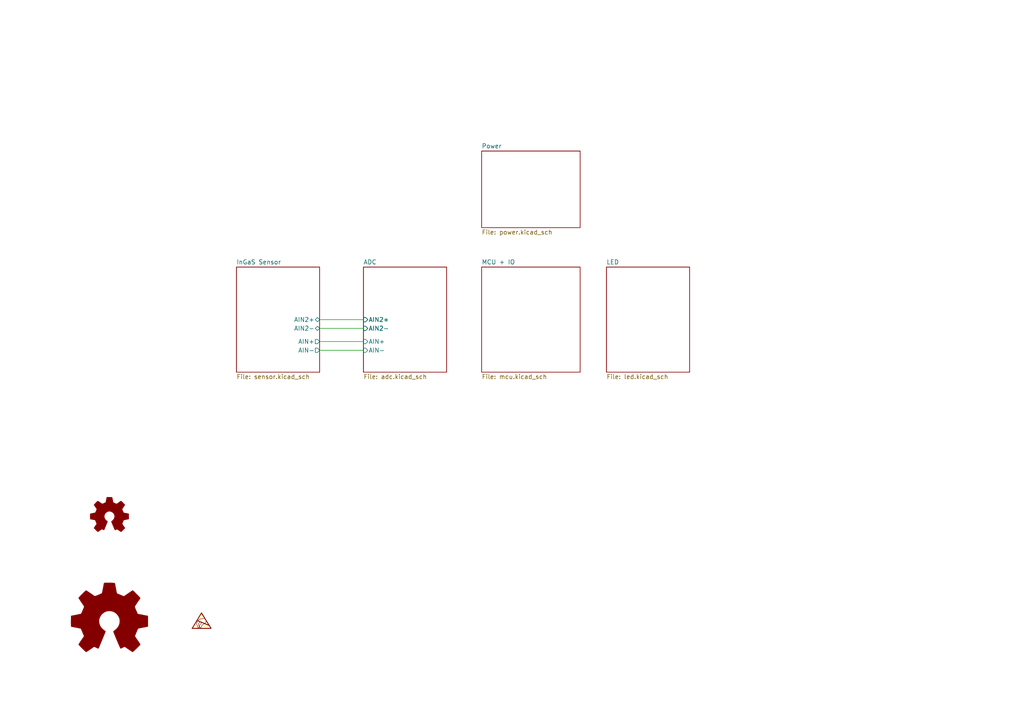
<source format=kicad_sch>
(kicad_sch (version 20211123) (generator eeschema)
  (paper "A4")
  (title_block (title "Development Board") (date "2022-03-15") (rev "2.1") (company "Plastic Scanner"))
  (lib_symbols
    (symbol "Graphic:Logo_Open_Hardware_Large" (pin_names (offset 1.016))
      (symbol "Logo_Open_Hardware_Large_1_1"
        (polyline (pts (xy 6.731 -8.7122) (xy 6.6294 -8.6614) (xy 6.35 -8.4836) (xy 5.9944 -8.255) (xy 5.5372 -7.9502) (xy 5.1054 -7.6454) (xy 4.7498 -7.4168) (xy 4.4958 -7.239) (xy 4.3942 -7.1882) (xy 4.318 -7.2136) (xy 4.1148 -7.3152) (xy 3.81 -7.4676) (xy 3.6322 -7.5692) (xy 3.3528 -7.6708) (xy 3.2258 -7.6962) (xy 3.2004 -7.6708) (xy 3.0988 -7.4676) (xy 2.9464 -7.0866) (xy 2.7178 -6.604) (xy 2.4892 -6.0452) (xy 2.2352 -5.4356) (xy 1.9558 -4.826) (xy 1.7272 -4.2164) (xy 1.4986 -3.683) (xy 1.3208 -3.2512) (xy 1.2192 -2.9464) (xy 1.1684 -2.8194) (xy 1.1938 -2.794) (xy 1.3208 -2.667) (xy 1.5748 -2.4892) (xy 2.0828 -2.0574) (xy 2.6162 -1.397) (xy 2.921 -0.6604) (xy 3.048 0.1524) (xy 2.9464 0.9144) (xy 2.6416 1.6256) (xy 2.1336 2.286) (xy 1.524 2.7686) (xy 0.8128 3.0734) (xy 0 3.175) (xy -0.762 3.0988) (xy -1.4986 2.794) (xy -2.159 2.286) (xy -2.4384 1.9812) (xy -2.8194 1.3208) (xy -3.048 0.6096) (xy -3.0734 0.4318) (xy -3.0226 -0.3556) (xy -2.794 -1.0922) (xy -2.3876 -1.7526) (xy -1.8288 -2.3114) (xy -1.7526 -2.3622) (xy -1.4732 -2.5654) (xy -1.2954 -2.6924) (xy -1.1684 -2.8194) (xy -2.159 -5.207) (xy -2.3114 -5.588) (xy -2.5908 -6.2484) (xy -2.8194 -6.8072) (xy -3.0226 -7.2644) (xy -3.1496 -7.5692) (xy -3.2258 -7.6708) (xy -3.2258 -7.6962) (xy -3.302 -7.6962) (xy -3.4798 -7.6454) (xy -3.8354 -7.4676) (xy -4.0386 -7.366) (xy -4.2926 -7.239) (xy -4.4196 -7.1882) (xy -4.5212 -7.239) (xy -4.7498 -7.3914) (xy -5.1054 -7.6454) (xy -5.5372 -7.9248) (xy -5.9436 -8.2042) (xy -6.3246 -8.4582) (xy -6.604 -8.636) (xy -6.731 -8.7122) (xy -6.7564 -8.7122) (xy -6.858 -8.636) (xy -7.0866 -8.4582) (xy -7.4168 -8.1534) (xy -7.874 -7.6962) (xy -7.9502 -7.62) (xy -8.3312 -7.239) (xy -8.636 -6.9088) (xy -8.8392 -6.6802) (xy -8.9154 -6.5786) (xy -8.9154 -6.5786) (xy -8.8392 -6.4516) (xy -8.6614 -6.1722) (xy -8.4328 -5.7912) (xy -8.128 -5.3594) (xy -7.3152 -4.191) (xy -7.7724 -3.0988) (xy -7.8994 -2.7686) (xy -8.0772 -2.3622) (xy -8.2042 -2.0828) (xy -8.255 -1.9558) (xy -8.382 -1.905) (xy -8.6614 -1.8542) (xy -9.0932 -1.7526) (xy -9.6266 -1.651) (xy -10.1092 -1.5748) (xy -10.541 -1.4732) (xy -10.8712 -1.4224) (xy -11.0236 -1.397) (xy -11.049 -1.3716) (xy -11.0744 -1.2954) (xy -11.0998 -1.143) (xy -11.0998 -0.889) (xy -11.1252 -0.4572) (xy -11.1252 0.1524) (xy -11.1252 0.2286) (xy -11.0998 0.8128) (xy -11.0998 1.27) (xy -11.0744 1.5494) (xy -11.0744 1.6764) (xy -11.0744 1.6764) (xy -10.922 1.7018) (xy -10.6172 1.778) (xy -10.16 1.8542) (xy -9.652 1.9558) (xy -9.6012 1.9812) (xy -9.0932 2.0828) (xy -8.636 2.159) (xy -8.3312 2.2352) (xy -8.2042 2.286) (xy -8.1788 2.3114) (xy -8.0772 2.5146) (xy -7.9248 2.8448) (xy -7.747 3.2512) (xy -7.5692 3.6576) (xy -7.4168 4.0386) (xy -7.3152 4.318) (xy -7.2898 4.445) (xy -7.2898 4.445) (xy -7.366 4.572) (xy -7.5438 4.826) (xy -7.7978 5.207) (xy -8.128 5.6642) (xy -8.128 5.6896) (xy -8.4328 6.1468) (xy -8.6868 6.5278) (xy -8.8392 6.7818) (xy -8.9154 6.9088) (xy -8.9154 6.9088) (xy -8.8138 7.0358) (xy -8.5852 7.2898) (xy -8.255 7.6454) (xy -7.874 8.0264) (xy -7.747 8.1534) (xy -7.3152 8.5852) (xy -7.0104 8.8646) (xy -6.8326 8.9916) (xy -6.731 9.0424) (xy -6.731 9.0424) (xy -6.604 8.9408) (xy -6.3246 8.763) (xy -5.9436 8.509) (xy -5.4864 8.2042) (xy -5.461 8.1788) (xy -5.0038 7.874) (xy -4.6482 7.62) (xy -4.3688 7.4422) (xy -4.2672 7.3914) (xy -4.2418 7.3914) (xy -4.064 7.4422) (xy -3.7338 7.5438) (xy -3.3528 7.6962) (xy -2.9464 7.874) (xy -2.5654 8.0264) (xy -2.286 8.1534) (xy -2.159 8.2296) (xy -2.159 8.2296) (xy -2.1082 8.382) (xy -2.032 8.7122) (xy -1.9304 9.1694) (xy -1.8288 9.7282) (xy -1.8034 9.8044) (xy -1.7018 10.3378) (xy -1.6256 10.7696) (xy -1.5748 11.0744) (xy -1.524 11.2014) (xy -1.4478 11.2268) (xy -1.1938 11.2522) (xy -0.8128 11.2522) (xy -0.3302 11.2522) (xy 0.1524 11.2522) (xy 0.6604 11.2522) (xy 1.0668 11.2268) (xy 1.3716 11.2014) (xy 1.4986 11.176) (xy 1.4986 11.176) (xy 1.5494 11.0236) (xy 1.6256 10.6934) (xy 1.7018 10.2108) (xy 1.8288 9.6774) (xy 1.8288 9.5758) (xy 1.9304 9.0424) (xy 2.032 8.6106) (xy 2.0828 8.3058) (xy 2.1336 8.2042) (xy 2.159 8.1788) (xy 2.3876 8.0772) (xy 2.7432 7.9248) (xy 3.175 7.747) (xy 4.191 7.3406) (xy 5.461 8.2042) (xy 5.5626 8.2804) (xy 6.0198 8.5852) (xy 6.3754 8.8392) (xy 6.6294 8.9916) (xy 6.7564 9.0424) (xy 6.7564 9.0424) (xy 6.8834 8.9408) (xy 7.1374 8.7122) (xy 7.4676 8.382) (xy 7.8486 7.9756) (xy 8.1534 7.6962) (xy 8.4836 7.3406) (xy 8.7122 7.112) (xy 8.8392 6.9596) (xy 8.8646 6.858) (xy 8.8646 6.8072) (xy 8.7884 6.6802) (xy 8.6106 6.4008) (xy 8.3312 6.0198) (xy 8.0264 5.588) (xy 7.7978 5.207) (xy 7.5184 4.8006) (xy 7.3406 4.4958) (xy 7.2898 4.3434) (xy 7.2898 4.2926) (xy 7.3914 4.0386) (xy 7.5184 3.683) (xy 7.7216 3.2258) (xy 8.1534 2.2352) (xy 8.7884 2.1082) (xy 9.1948 2.0574) (xy 9.7536 1.9304) (xy 10.2616 1.8288) (xy 11.0998 1.6764) (xy 11.1252 -1.3208) (xy 10.9982 -1.3716) (xy 10.8712 -1.397) (xy 10.5664 -1.4732) (xy 10.1346 -1.5494) (xy 9.6266 -1.651) (xy 9.1948 -1.7272) (xy 8.7376 -1.8288) (xy 8.4328 -1.8796) (xy 8.2804 -1.905) (xy 8.255 -1.9558) (xy 8.1534 -2.159) (xy 7.9756 -2.5146) (xy 7.8232 -2.921) (xy 7.6454 -3.3274) (xy 7.493 -3.7338) (xy 7.366 -4.0132) (xy 7.3406 -4.191) (xy 7.3914 -4.2926) (xy 7.5692 -4.5466) (xy 7.7978 -4.9276) (xy 8.1026 -5.3594) (xy 8.4074 -5.7912) (xy 8.6614 -6.1722) (xy 8.8138 -6.4262) (xy 8.89 -6.5532) (xy 8.8646 -6.6548) (xy 8.6868 -6.858) (xy 8.3566 -7.1882) (xy 7.874 -7.6708) (xy 7.7978 -7.747) (xy 7.3914 -8.128) (xy 7.0612 -8.4328) (xy 6.8326 -8.636) (xy 6.731 -8.7122)) (fill (type outline)))
      )
    )
    (symbol "Graphic:Logo_Open_Hardware_Small" (pin_names (offset 1.016))
      (symbol "Logo_Open_Hardware_Small_0_1"
        (polyline (pts (xy 3.3528 -4.3434) (xy 3.302 -4.318) (xy 3.175 -4.2418) (xy 2.9972 -4.1148) (xy 2.7686 -3.9624) (xy 2.54 -3.81) (xy 2.3622 -3.7084) (xy 2.2352 -3.6068) (xy 2.1844 -3.5814) (xy 2.159 -3.6068) (xy 2.0574 -3.6576) (xy 1.905 -3.7338) (xy 1.8034 -3.7846) (xy 1.6764 -3.8354) (xy 1.6002 -3.8354) (xy 1.6002 -3.8354) (xy 1.5494 -3.7338) (xy 1.4732 -3.5306) (xy 1.3462 -3.302) (xy 1.2446 -3.0226) (xy 1.1176 -2.7178) (xy 0.9652 -2.413) (xy 0.8636 -2.1082) (xy 0.7366 -1.8288) (xy 0.6604 -1.6256) (xy 0.6096 -1.4732) (xy 0.5842 -1.397) (xy 0.5842 -1.397) (xy 0.6604 -1.3208) (xy 0.7874 -1.2446) (xy 1.0414 -1.016) (xy 1.2954 -0.6858) (xy 1.4478 -0.3302) (xy 1.524 0.0762) (xy 1.4732 0.4572) (xy 1.3208 0.8128) (xy 1.0668 1.143) (xy 0.762 1.3716) (xy 0.4064 1.524) (xy 0 1.5748) (xy -0.381 1.5494) (xy -0.7366 1.397) (xy -1.0668 1.143) (xy -1.2192 0.9906) (xy -1.397 0.6604) (xy -1.524 0.3048) (xy -1.524 0.2286) (xy -1.4986 -0.1778) (xy -1.397 -0.5334) (xy -1.1938 -0.8636) (xy -0.9144 -1.143) (xy -0.8636 -1.1684) (xy -0.7366 -1.27) (xy -0.635 -1.3462) (xy -0.5842 -1.397) (xy -1.0668 -2.5908) (xy -1.143 -2.794) (xy -1.2954 -3.1242) (xy -1.397 -3.4036) (xy -1.4986 -3.6322) (xy -1.5748 -3.7846) (xy -1.6002 -3.8354) (xy -1.6002 -3.8354) (xy -1.651 -3.8354) (xy -1.7272 -3.81) (xy -1.905 -3.7338) (xy -2.0066 -3.683) (xy -2.1336 -3.6068) (xy -2.2098 -3.5814) (xy -2.2606 -3.6068) (xy -2.3622 -3.683) (xy -2.54 -3.81) (xy -2.7686 -3.9624) (xy -2.9718 -4.0894) (xy -3.1496 -4.2164) (xy -3.302 -4.318) (xy -3.3528 -4.3434) (xy -3.3782 -4.3434) (xy -3.429 -4.318) (xy -3.5306 -4.2164) (xy -3.7084 -4.064) (xy -3.937 -3.8354) (xy -3.9624 -3.81) (xy -4.1656 -3.6068) (xy -4.318 -3.4544) (xy -4.4196 -3.3274) (xy -4.445 -3.2766) (xy -4.445 -3.2766) (xy -4.4196 -3.2258) (xy -4.318 -3.0734) (xy -4.2164 -2.8956) (xy -4.064 -2.667) (xy -3.6576 -2.0828) (xy -3.8862 -1.5494) (xy -3.937 -1.3716) (xy -4.0386 -1.1684) (xy -4.0894 -1.0414) (xy -4.1148 -0.9652) (xy -4.191 -0.9398) (xy -4.318 -0.9144) (xy -4.5466 -0.8636) (xy -4.8006 -0.8128) (xy -5.0546 -0.7874) (xy -5.2578 -0.7366) (xy -5.4356 -0.7112) (xy -5.5118 -0.6858) (xy -5.5118 -0.6858) (xy -5.5372 -0.635) (xy -5.5372 -0.5588) (xy -5.5372 -0.4318) (xy -5.5626 -0.2286) (xy -5.5626 0.0762) (xy -5.5626 0.127) (xy -5.5372 0.4064) (xy -5.5372 0.635) (xy -5.5372 0.762) (xy -5.5372 0.8382) (xy -5.5372 0.8382) (xy -5.461 0.8382) (xy -5.3086 0.889) (xy -5.08 0.9144) (xy -4.826 0.9652) (xy -4.8006 0.9906) (xy -4.5466 1.0414) (xy -4.318 1.0668) (xy -4.1656 1.1176) (xy -4.0894 1.143) (xy -4.0894 1.143) (xy -4.0386 1.2446) (xy -3.9624 1.4224) (xy -3.8608 1.6256) (xy -3.7846 1.8288) (xy -3.7084 2.0066) (xy -3.6576 2.159) (xy -3.6322 2.2098) (xy -3.6322 2.2098) (xy -3.683 2.286) (xy -3.7592 2.413) (xy -3.8862 2.5908) (xy -4.064 2.8194) (xy -4.064 2.8448) (xy -4.2164 3.0734) (xy -4.3434 3.2512) (xy -4.4196 3.3782) (xy -4.445 3.4544) (xy -4.445 3.4544) (xy -4.3942 3.5052) (xy -4.2926 3.6322) (xy -4.1148 3.81) (xy -3.937 4.0132) (xy -3.8608 4.064) (xy -3.6576 4.2926) (xy -3.5052 4.4196) (xy -3.4036 4.4958) (xy -3.3528 4.5212) (xy -3.3528 4.5212) (xy -3.302 4.4704) (xy -3.1496 4.3688) (xy -2.9718 4.2418) (xy -2.7432 4.0894) (xy -2.7178 4.0894) (xy -2.4892 3.937) (xy -2.3114 3.81) (xy -2.1844 3.7084) (xy -2.1336 3.683) (xy -2.1082 3.683) (xy -2.032 3.7084) (xy -1.8542 3.7592) (xy -1.6764 3.8354) (xy -1.4732 3.937) (xy -1.27 4.0132) (xy -1.143 4.064) (xy -1.0668 4.1148) (xy -1.0668 4.1148) (xy -1.0414 4.191) (xy -1.016 4.3434) (xy -0.9652 4.572) (xy -0.9144 4.8514) (xy -0.889 4.9022) (xy -0.8382 5.1562) (xy -0.8128 5.3848) (xy -0.7874 5.5372) (xy -0.762 5.588) (xy -0.7112 5.6134) (xy -0.5842 5.6134) (xy -0.4064 5.6134) (xy -0.1524 5.6134) (xy 0.0762 5.6134) (xy 0.3302 5.6134) (xy 0.5334 5.6134) (xy 0.6858 5.588) (xy 0.7366 5.588) (xy 0.7366 5.588) (xy 0.762 5.5118) (xy 0.8128 5.334) (xy 0.8382 5.1054) (xy 0.9144 4.826) (xy 0.9144 4.7752) (xy 0.9652 4.5212) (xy 1.016 4.2926) (xy 1.0414 4.1402) (xy 1.0668 4.0894) (xy 1.0668 4.0894) (xy 1.1938 4.0386) (xy 1.3716 3.9624) (xy 1.5748 3.8608) (xy 2.0828 3.6576) (xy 2.7178 4.0894) (xy 2.7686 4.1402) (xy 2.9972 4.2926) (xy 3.175 4.4196) (xy 3.302 4.4958) (xy 3.3782 4.5212) (xy 3.3782 4.5212) (xy 3.429 4.4704) (xy 3.556 4.3434) (xy 3.7338 4.191) (xy 3.9116 3.9878) (xy 4.064 3.8354) (xy 4.2418 3.6576) (xy 4.3434 3.556) (xy 4.4196 3.4798) (xy 4.4196 3.429) (xy 4.4196 3.4036) (xy 4.3942 3.3274) (xy 4.2926 3.2004) (xy 4.1656 2.9972) (xy 4.0132 2.794) (xy 3.8862 2.5908) (xy 3.7592 2.3876) (xy 3.6576 2.2352) (xy 3.6322 2.159) (xy 3.6322 2.1336) (xy 3.683 2.0066) (xy 3.7592 1.8288) (xy 3.8608 1.6002) (xy 4.064 1.1176) (xy 4.3942 1.0414) (xy 4.5974 1.016) (xy 4.8768 0.9652) (xy 5.1308 0.9144) (xy 5.5372 0.8382) (xy 5.5626 -0.6604) (xy 5.4864 -0.6858) (xy 5.4356 -0.6858) (xy 5.2832 -0.7366) (xy 5.0546 -0.762) (xy 4.8006 -0.8128) (xy 4.5974 -0.8636) (xy 4.3688 -0.9144) (xy 4.2164 -0.9398) (xy 4.1402 -0.9398) (xy 4.1148 -0.9652) (xy 4.064 -1.0668) (xy 3.9878 -1.2446) (xy 3.9116 -1.4478) (xy 3.81 -1.651) (xy 3.7338 -1.8542) (xy 3.683 -2.0066) (xy 3.6576 -2.0828) (xy 3.683 -2.1336) (xy 3.7846 -2.2606) (xy 3.8862 -2.4638) (xy 4.0386 -2.667) (xy 4.191 -2.8956) (xy 4.318 -3.0734) (xy 4.3942 -3.2004) (xy 4.445 -3.2766) (xy 4.4196 -3.3274) (xy 4.3434 -3.429) (xy 4.1656 -3.5814) (xy 3.937 -3.8354) (xy 3.8862 -3.8608) (xy 3.683 -4.064) (xy 3.5306 -4.2164) (xy 3.4036 -4.318) (xy 3.3528 -4.3434)) (fill (type outline)))
      )
    )
    (symbol "Graphic:SYM_ESD_Small" (pin_names (offset 1.016))
      (symbol "SYM_ESD_Small_0_0"
        (polyline (pts (xy -1.27 0.381) (xy 2.159 -1.016)) (stroke (width 0.254)))
        (polyline (pts (xy -2.667 -1.905) (xy 2.794 -1.905) (xy 0 2.54) (xy -2.667 -1.905)) (stroke (width 0.254)))
        (polyline (pts (xy 2.7432 -1.905) (xy 2.7178 -1.8796) (xy 2.6162 -1.6764) (xy 2.5654 -1.6002) (xy 2.4892 -1.4986) (xy 2.4384 -1.3716) (xy 1.7526 -0.2286) (xy 1.7018 -0.127) (xy 1.6256 -0.0508) (xy 1.6002 0.0508) (xy 1.5494 0.1016) (xy 1.4986 0.2032) (xy 1.4732 0.2286) (xy 1.4732 0.2032) (xy 1.4478 0.2032) (xy 1.3208 0.0762) (xy 1.2954 0.0254) (xy 1.2954 -0.0254) (xy 1.27 -0.0762) (xy 1.2446 -0.1524) (xy 1.143 -0.254) (xy 1.0922 -0.3302) (xy 1.0414 -0.3556) (xy 0.9144 -0.4826) (xy 0.762 -0.5842) (xy 0.6604 -0.6604) (xy 0.508 -0.762) (xy 0.4572 -0.8128) (xy 0.3556 -0.8636) (xy 0.3048 -0.9144) (xy 0.2286 -0.9652) (xy 0.0762 -1.1938) (xy 0.0254 -1.2954) (xy -0.0254 -1.4224) (xy -0.0508 -1.4986) (xy -0.1016 -1.5748) (xy -0.127 -1.651) (xy -0.1778 -1.6764) (xy -0.2032 -1.7272) (xy -0.254 -1.7526) (xy -0.4064 -1.7526) (xy -0.4064 -1.7272) (xy -0.4572 -1.7018) (xy -0.4826 -1.6256) (xy -0.508 -1.524) (xy -0.508 -1.0922) (xy -0.4572 -0.889) (xy -0.4064 -0.8128) (xy -0.254 -0.6604) (xy -0.2032 -0.5842) (xy -0.127 -0.5334) (xy -0.1016 -0.4826) (xy -0.0762 -0.4064) (xy -0.0508 -0.3556) (xy -0.0254 -0.3302) (xy -0.0254 -0.2794) (xy 0 -0.2286) (xy -0.0762 -0.1524) (xy -0.127 -0.127) (xy -0.1524 -0.0762) (xy -0.2032 -0.0508) (xy -0.2286 -0.0254) (xy -0.254 -0.0254) (xy -0.3048 -0.0762) (xy -0.3556 -0.1016) (xy -0.4318 -0.127) (xy -0.4826 -0.1524) (xy -0.5588 -0.2286) (xy -0.6096 -0.254) (xy -0.8382 -0.4826) (xy -0.8128 -0.5588) (xy -0.7874 -0.5842) (xy -0.7874 -0.8636) (xy -0.8128 -0.889) (xy -0.8128 -0.9652) (xy -0.762 -1.016) (xy -0.762 -1.0414) (xy -0.6604 -1.2954) (xy -0.6604 -1.5748) (xy -0.6858 -1.6002) (xy -0.6858 -1.6256) (xy -0.7366 -1.7018) (xy -0.8382 -1.7526) (xy -0.9144 -1.7526) (xy -0.9398 -1.7272) (xy -0.9652 -1.6764) (xy -1.016 -1.6002) (xy -1.0414 -1.524) (xy -1.143 -1.27) (xy -1.2192 -1.0414) (xy -1.27 -0.9652) (xy -1.2954 -0.889) (xy -1.3208 -0.8382) (xy -1.3208 -0.8128) (xy -1.3716 -0.7112) (xy -1.397 -0.5842) (xy -1.397 -0.4826) (xy -1.3716 -0.381) (xy -1.3208 -0.254) (xy -1.2954 -0.2032) (xy -1.1938 -0.0508) (xy -1.0414 0.1524) (xy -0.9906 0.2032) (xy -0.9652 0.254) (xy -0.9144 0.3302) (xy -0.889 0.381) (xy -0.8636 0.381) (xy -0.8128 0.508) (xy -0.6096 0.7112) (xy -0.5334 0.7366) (xy -0.508 0.762) (xy -0.4318 0.762) (xy -0.3556 0.7874) (xy -0.2286 0.8128) (xy -0.1016 0.8128) (xy 0.0508 0.8382) (xy 0.2032 0.8382) (xy 0.3048 0.8636) (xy 0.4826 0.8636) (xy 0.5334 0.889) (xy 0.5842 0.889) (xy 0.6858 0.9398) (xy 0.7112 0.9652) (xy 0.762 0.9906) (xy 0.8128 1.0414) (xy 0.8636 1.0668) (xy 0.889 1.1176) (xy 0.9144 1.143) (xy 0.9144 1.1938) (xy 0.889 1.2192) (xy 0.8636 1.27) (xy 0.8128 1.3462) (xy 0.7112 1.5494) (xy 0.635 1.651) (xy 0.5842 1.7526) (xy 0.508 1.8796) (xy 0.4572 1.9558) (xy 0.381 2.0828) (xy 0.3048 2.1844) (xy 0.254 2.286) (xy 0.2032 2.3622) (xy 0.1778 2.4384) (xy 0.1016 2.5146) (xy 0.1016 2.54) (xy 0.0762 2.5654) (xy 0.0762 2.5908) (xy 0.0254 2.5908) (xy 0.0254 2.5654) (xy -0.0254 2.5146) (xy -0.1016 2.3622) (xy -0.254 2.1336) (xy -0.3048 2.032) (xy -0.4572 1.778) (xy -0.5588 1.6256) (xy -0.762 1.27) (xy -0.889 1.0668) (xy -1.016 0.8382) (xy -1.1684 0.6096) (xy -1.3208 0.3302) (xy -1.397 0.2032) (xy -1.524 -0.0254) (xy -1.778 -0.4318) (xy -1.8796 -0.635) (xy -2.0066 -0.8128) (xy -2.1082 -0.9906) (xy -2.2098 -1.143) (xy -2.286 -1.2954) (xy -2.4384 -1.5494) (xy -2.4892 -1.651) (xy -2.5654 -1.7526) (xy -2.5908 -1.8288) (xy -2.6162 -1.8796) (xy -2.6416 -1.905) (xy -2.6416 -1.9304) (xy 2.7432 -1.9304) (xy 2.7432 -1.905)) (stroke (width 0.127)) (fill (type background)))
      )
    )
  )
  (wire (pts (xy 92.71 99.06) (xy 105.41 99.06)))
  (wire (pts (xy 92.71 101.6) (xy 105.41 101.6)))
  (wire (pts (xy 92.71 95.25) (xy 105.41 95.25)))
  (wire (pts (xy 92.71 92.71) (xy 105.41 92.71)))
  (symbol (lib_id "Graphic:Logo_Open_Hardware_Small") (at 31.75 149.86 0) (unit 1)
    (property "Reference" "LOGO2" (effects hide))
    (property "Value" "PlasticScannerLogo" (effects hide))
    (property "Footprint" "PlasticScannerLibrary:PlasticScannerLogo" (effects hide))
  )
  (symbol (lib_id "Graphic:Logo_Open_Hardware_Large") (at 31.75 180.34 0) (unit 1)
    (property "Reference" "LOGO1" (effects hide))
    (property "Value" "OSHW-Logo_11.4x12mm_SilkScreen" (effects hide))
    (property "Footprint" "Symbol:OSHW-Logo_11.4x12mm_SilkScreen" (effects hide))
  )
  (symbol (lib_id "Graphic:SYM_ESD_Small") (at 58.42 180.34 0) (unit 1)
    (property "Reference" "#SYM1" (effects hide))
    (property "Value" "SYM_ESD_Small" (effects hide))
  )
  (sheet (at 175.895 77.47) (size 24.13 30.48) (stroke (width 0.1524))
    (property "Sheet name" "LED" (at 175.895 76.7584 0) (effects (justify left bottom)))
    (property "Sheet file" "led.kicad_sch" (at 175.895 108.5346 0) (effects (justify left top)))
  )
  (sheet (at 139.7 43.815) (size 28.575 22.225) (stroke (width 0.1524))
    (property "Sheet name" "Power" (at 139.7 43.1034 0) (effects (justify left bottom)))
    (property "Sheet file" "power.kicad_sch" (at 139.7 66.6246 0) (effects (justify left top)))
  )
  (sheet (at 68.58 77.47) (size 24.13 30.48) (stroke (width 0.1524))
    (property "Sheet name" "InGaS Sensor" (at 68.58 76.7584 0) (effects (justify left bottom)))
    (property "Sheet file" "sensor.kicad_sch" (at 68.58 108.5346 0) (effects (justify left top)))
    (pin "AIN-" output (at 92.71 101.6 0))
    (pin "AIN+" output (at 92.71 99.06 0))
    (pin "AIN2-" bidirectional (at 92.71 95.25 0))
    (pin "AIN2+" bidirectional (at 92.71 92.71 0))
  )
  (sheet (at 105.41 77.47) (size 24.13 30.48) (stroke (width 0.1524))
    (property "Sheet name" "ADC" (at 105.41 76.7584 0) (effects (justify left bottom)))
    (property "Sheet file" "adc.kicad_sch" (at 105.41 108.5346 0) (effects (justify left top)))
    (pin "AIN+" input (at 105.41 99.06 180))
    (pin "AIN-" input (at 105.41 101.6 180))
    (pin "AIN2+" input (at 105.41 92.71 180))
    (pin "AIN2-" input (at 105.41 95.25 180))
    (pin "AIN2+" input (at 105.41 92.71 180))
    (pin "AIN2-" input (at 105.41 95.25 180))
  )
  (sheet (at 139.7 77.47) (size 28.575 30.48) (stroke (width 0.1524))
    (property "Sheet name" "MCU + IO" (at 139.7 76.7584 0) (effects (justify left bottom)))
    (property "Sheet file" "mcu.kicad_sch" (at 139.7 108.5346 0) (effects (justify left top)))
  )
)
</source>
